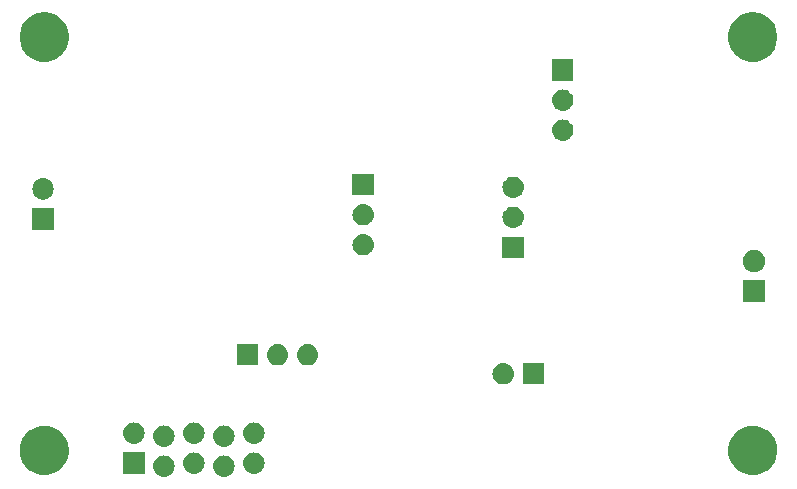
<source format=gbs>
G04 #@! TF.GenerationSoftware,KiCad,Pcbnew,(5.1.0)-1*
G04 #@! TF.CreationDate,2019-05-13T14:42:25-04:00*
G04 #@! TF.ProjectId,EG,45472e6b-6963-4616-945f-706362585858,rev?*
G04 #@! TF.SameCoordinates,Original*
G04 #@! TF.FileFunction,Soldermask,Bot*
G04 #@! TF.FilePolarity,Negative*
%FSLAX46Y46*%
G04 Gerber Fmt 4.6, Leading zero omitted, Abs format (unit mm)*
G04 Created by KiCad (PCBNEW (5.1.0)-1) date 2019-05-13 14:42:25*
%MOMM*%
%LPD*%
G04 APERTURE LIST*
%ADD10C,0.100000*%
G04 APERTURE END LIST*
D10*
G36*
X100330443Y-105432519D02*
G01*
X100396627Y-105439037D01*
X100566466Y-105490557D01*
X100722991Y-105574222D01*
X100758729Y-105603552D01*
X100860186Y-105686814D01*
X100943448Y-105788271D01*
X100972778Y-105824009D01*
X101056443Y-105980534D01*
X101107963Y-106150373D01*
X101125359Y-106327000D01*
X101107963Y-106503627D01*
X101056443Y-106673466D01*
X100972778Y-106829991D01*
X100959696Y-106845931D01*
X100860186Y-106967186D01*
X100758729Y-107050448D01*
X100722991Y-107079778D01*
X100566466Y-107163443D01*
X100396627Y-107214963D01*
X100330442Y-107221482D01*
X100264260Y-107228000D01*
X100175740Y-107228000D01*
X100109558Y-107221482D01*
X100043373Y-107214963D01*
X99873534Y-107163443D01*
X99717009Y-107079778D01*
X99681271Y-107050448D01*
X99579814Y-106967186D01*
X99480304Y-106845931D01*
X99467222Y-106829991D01*
X99383557Y-106673466D01*
X99332037Y-106503627D01*
X99314641Y-106327000D01*
X99332037Y-106150373D01*
X99383557Y-105980534D01*
X99467222Y-105824009D01*
X99496552Y-105788271D01*
X99579814Y-105686814D01*
X99681271Y-105603552D01*
X99717009Y-105574222D01*
X99873534Y-105490557D01*
X100043373Y-105439037D01*
X100109557Y-105432519D01*
X100175740Y-105426000D01*
X100264260Y-105426000D01*
X100330443Y-105432519D01*
X100330443Y-105432519D01*
G37*
G36*
X95250443Y-105432519D02*
G01*
X95316627Y-105439037D01*
X95486466Y-105490557D01*
X95642991Y-105574222D01*
X95678729Y-105603552D01*
X95780186Y-105686814D01*
X95863448Y-105788271D01*
X95892778Y-105824009D01*
X95976443Y-105980534D01*
X96027963Y-106150373D01*
X96045359Y-106327000D01*
X96027963Y-106503627D01*
X95976443Y-106673466D01*
X95892778Y-106829991D01*
X95879696Y-106845931D01*
X95780186Y-106967186D01*
X95678729Y-107050448D01*
X95642991Y-107079778D01*
X95486466Y-107163443D01*
X95316627Y-107214963D01*
X95250442Y-107221482D01*
X95184260Y-107228000D01*
X95095740Y-107228000D01*
X95029558Y-107221482D01*
X94963373Y-107214963D01*
X94793534Y-107163443D01*
X94637009Y-107079778D01*
X94601271Y-107050448D01*
X94499814Y-106967186D01*
X94400304Y-106845931D01*
X94387222Y-106829991D01*
X94303557Y-106673466D01*
X94252037Y-106503627D01*
X94234641Y-106327000D01*
X94252037Y-106150373D01*
X94303557Y-105980534D01*
X94387222Y-105824009D01*
X94416552Y-105788271D01*
X94499814Y-105686814D01*
X94601271Y-105603552D01*
X94637009Y-105574222D01*
X94793534Y-105490557D01*
X94963373Y-105439037D01*
X95029557Y-105432519D01*
X95095740Y-105426000D01*
X95184260Y-105426000D01*
X95250443Y-105432519D01*
X95250443Y-105432519D01*
G37*
G36*
X85373867Y-102950558D02*
G01*
X85607589Y-102997048D01*
X85875639Y-103108078D01*
X85969159Y-103146815D01*
X85986671Y-103154069D01*
X86327835Y-103382028D01*
X86617972Y-103672165D01*
X86845931Y-104013329D01*
X87002952Y-104392411D01*
X87032265Y-104539778D01*
X87083000Y-104794841D01*
X87083000Y-105205159D01*
X87002952Y-105607589D01*
X86845931Y-105986671D01*
X86617972Y-106327835D01*
X86327835Y-106617972D01*
X85986671Y-106845931D01*
X85607589Y-107002952D01*
X85205159Y-107083000D01*
X84794841Y-107083000D01*
X84392411Y-107002952D01*
X84013329Y-106845931D01*
X83672165Y-106617972D01*
X83382028Y-106327835D01*
X83154069Y-105986671D01*
X82997048Y-105607589D01*
X82957024Y-105406373D01*
X82917000Y-105205159D01*
X82917000Y-104794841D01*
X82967735Y-104539778D01*
X82997048Y-104392411D01*
X83154069Y-104013329D01*
X83382028Y-103672165D01*
X83672165Y-103382028D01*
X84013329Y-103154069D01*
X84030842Y-103146815D01*
X84124361Y-103108078D01*
X84392411Y-102997048D01*
X84626133Y-102950558D01*
X84794841Y-102917000D01*
X85205159Y-102917000D01*
X85373867Y-102950558D01*
X85373867Y-102950558D01*
G37*
G36*
X145373867Y-102950558D02*
G01*
X145607589Y-102997048D01*
X145875639Y-103108078D01*
X145969159Y-103146815D01*
X145986671Y-103154069D01*
X146327835Y-103382028D01*
X146617972Y-103672165D01*
X146845931Y-104013329D01*
X147002952Y-104392411D01*
X147032265Y-104539778D01*
X147083000Y-104794841D01*
X147083000Y-105205159D01*
X147002952Y-105607589D01*
X146845931Y-105986671D01*
X146617972Y-106327835D01*
X146327835Y-106617972D01*
X145986671Y-106845931D01*
X145607589Y-107002952D01*
X145205159Y-107083000D01*
X144794841Y-107083000D01*
X144392411Y-107002952D01*
X144013329Y-106845931D01*
X143672165Y-106617972D01*
X143382028Y-106327835D01*
X143154069Y-105986671D01*
X142997048Y-105607589D01*
X142917000Y-105205159D01*
X142917000Y-104794841D01*
X142967735Y-104539778D01*
X142997048Y-104392411D01*
X143154069Y-104013329D01*
X143382028Y-103672165D01*
X143672165Y-103382028D01*
X144013329Y-103154069D01*
X144030842Y-103146815D01*
X144124361Y-103108078D01*
X144392411Y-102997048D01*
X144626133Y-102950558D01*
X144794841Y-102917000D01*
X145205159Y-102917000D01*
X145373867Y-102950558D01*
X145373867Y-102950558D01*
G37*
G36*
X97790442Y-105178518D02*
G01*
X97856627Y-105185037D01*
X98026466Y-105236557D01*
X98182991Y-105320222D01*
X98218729Y-105349552D01*
X98320186Y-105432814D01*
X98403448Y-105534271D01*
X98432778Y-105570009D01*
X98516443Y-105726534D01*
X98567963Y-105896373D01*
X98585359Y-106073000D01*
X98567963Y-106249627D01*
X98516443Y-106419466D01*
X98432778Y-106575991D01*
X98403448Y-106611729D01*
X98320186Y-106713186D01*
X98218729Y-106796448D01*
X98182991Y-106825778D01*
X98026466Y-106909443D01*
X97856627Y-106960963D01*
X97793453Y-106967185D01*
X97724260Y-106974000D01*
X97635740Y-106974000D01*
X97566547Y-106967185D01*
X97503373Y-106960963D01*
X97333534Y-106909443D01*
X97177009Y-106825778D01*
X97141271Y-106796448D01*
X97039814Y-106713186D01*
X96956552Y-106611729D01*
X96927222Y-106575991D01*
X96843557Y-106419466D01*
X96792037Y-106249627D01*
X96774641Y-106073000D01*
X96792037Y-105896373D01*
X96843557Y-105726534D01*
X96927222Y-105570009D01*
X96956552Y-105534271D01*
X97039814Y-105432814D01*
X97141271Y-105349552D01*
X97177009Y-105320222D01*
X97333534Y-105236557D01*
X97503373Y-105185037D01*
X97569558Y-105178518D01*
X97635740Y-105172000D01*
X97724260Y-105172000D01*
X97790442Y-105178518D01*
X97790442Y-105178518D01*
G37*
G36*
X93501000Y-106974000D02*
G01*
X91699000Y-106974000D01*
X91699000Y-105172000D01*
X93501000Y-105172000D01*
X93501000Y-106974000D01*
X93501000Y-106974000D01*
G37*
G36*
X102870442Y-105178518D02*
G01*
X102936627Y-105185037D01*
X103106466Y-105236557D01*
X103262991Y-105320222D01*
X103298729Y-105349552D01*
X103400186Y-105432814D01*
X103483448Y-105534271D01*
X103512778Y-105570009D01*
X103596443Y-105726534D01*
X103647963Y-105896373D01*
X103665359Y-106073000D01*
X103647963Y-106249627D01*
X103596443Y-106419466D01*
X103512778Y-106575991D01*
X103483448Y-106611729D01*
X103400186Y-106713186D01*
X103298729Y-106796448D01*
X103262991Y-106825778D01*
X103106466Y-106909443D01*
X102936627Y-106960963D01*
X102873453Y-106967185D01*
X102804260Y-106974000D01*
X102715740Y-106974000D01*
X102646547Y-106967185D01*
X102583373Y-106960963D01*
X102413534Y-106909443D01*
X102257009Y-106825778D01*
X102221271Y-106796448D01*
X102119814Y-106713186D01*
X102036552Y-106611729D01*
X102007222Y-106575991D01*
X101923557Y-106419466D01*
X101872037Y-106249627D01*
X101854641Y-106073000D01*
X101872037Y-105896373D01*
X101923557Y-105726534D01*
X102007222Y-105570009D01*
X102036552Y-105534271D01*
X102119814Y-105432814D01*
X102221271Y-105349552D01*
X102257009Y-105320222D01*
X102413534Y-105236557D01*
X102583373Y-105185037D01*
X102649558Y-105178518D01*
X102715740Y-105172000D01*
X102804260Y-105172000D01*
X102870442Y-105178518D01*
X102870442Y-105178518D01*
G37*
G36*
X95250443Y-102892519D02*
G01*
X95316627Y-102899037D01*
X95486466Y-102950557D01*
X95642991Y-103034222D01*
X95678729Y-103063552D01*
X95780186Y-103146814D01*
X95863448Y-103248271D01*
X95892778Y-103284009D01*
X95976443Y-103440534D01*
X96027963Y-103610373D01*
X96045359Y-103787000D01*
X96027963Y-103963627D01*
X95976443Y-104133466D01*
X95892778Y-104289991D01*
X95863448Y-104325729D01*
X95780186Y-104427186D01*
X95678729Y-104510448D01*
X95642991Y-104539778D01*
X95486466Y-104623443D01*
X95316627Y-104674963D01*
X95250443Y-104681481D01*
X95184260Y-104688000D01*
X95095740Y-104688000D01*
X95029557Y-104681481D01*
X94963373Y-104674963D01*
X94793534Y-104623443D01*
X94637009Y-104539778D01*
X94601271Y-104510448D01*
X94499814Y-104427186D01*
X94416552Y-104325729D01*
X94387222Y-104289991D01*
X94303557Y-104133466D01*
X94252037Y-103963627D01*
X94234641Y-103787000D01*
X94252037Y-103610373D01*
X94303557Y-103440534D01*
X94387222Y-103284009D01*
X94416552Y-103248271D01*
X94499814Y-103146814D01*
X94601271Y-103063552D01*
X94637009Y-103034222D01*
X94793534Y-102950557D01*
X94963373Y-102899037D01*
X95029557Y-102892519D01*
X95095740Y-102886000D01*
X95184260Y-102886000D01*
X95250443Y-102892519D01*
X95250443Y-102892519D01*
G37*
G36*
X100330443Y-102892519D02*
G01*
X100396627Y-102899037D01*
X100566466Y-102950557D01*
X100722991Y-103034222D01*
X100758729Y-103063552D01*
X100860186Y-103146814D01*
X100943448Y-103248271D01*
X100972778Y-103284009D01*
X101056443Y-103440534D01*
X101107963Y-103610373D01*
X101125359Y-103787000D01*
X101107963Y-103963627D01*
X101056443Y-104133466D01*
X100972778Y-104289991D01*
X100943448Y-104325729D01*
X100860186Y-104427186D01*
X100758729Y-104510448D01*
X100722991Y-104539778D01*
X100566466Y-104623443D01*
X100396627Y-104674963D01*
X100330443Y-104681481D01*
X100264260Y-104688000D01*
X100175740Y-104688000D01*
X100109557Y-104681481D01*
X100043373Y-104674963D01*
X99873534Y-104623443D01*
X99717009Y-104539778D01*
X99681271Y-104510448D01*
X99579814Y-104427186D01*
X99496552Y-104325729D01*
X99467222Y-104289991D01*
X99383557Y-104133466D01*
X99332037Y-103963627D01*
X99314641Y-103787000D01*
X99332037Y-103610373D01*
X99383557Y-103440534D01*
X99467222Y-103284009D01*
X99496552Y-103248271D01*
X99579814Y-103146814D01*
X99681271Y-103063552D01*
X99717009Y-103034222D01*
X99873534Y-102950557D01*
X100043373Y-102899037D01*
X100109557Y-102892519D01*
X100175740Y-102886000D01*
X100264260Y-102886000D01*
X100330443Y-102892519D01*
X100330443Y-102892519D01*
G37*
G36*
X92710442Y-102638518D02*
G01*
X92776627Y-102645037D01*
X92946466Y-102696557D01*
X93102991Y-102780222D01*
X93138729Y-102809552D01*
X93240186Y-102892814D01*
X93323448Y-102994271D01*
X93352778Y-103030009D01*
X93436443Y-103186534D01*
X93487963Y-103356373D01*
X93505359Y-103533000D01*
X93487963Y-103709627D01*
X93436443Y-103879466D01*
X93352778Y-104035991D01*
X93323448Y-104071729D01*
X93240186Y-104173186D01*
X93138729Y-104256448D01*
X93102991Y-104285778D01*
X92946466Y-104369443D01*
X92776627Y-104420963D01*
X92713453Y-104427185D01*
X92644260Y-104434000D01*
X92555740Y-104434000D01*
X92486547Y-104427185D01*
X92423373Y-104420963D01*
X92253534Y-104369443D01*
X92097009Y-104285778D01*
X92061271Y-104256448D01*
X91959814Y-104173186D01*
X91876552Y-104071729D01*
X91847222Y-104035991D01*
X91763557Y-103879466D01*
X91712037Y-103709627D01*
X91694641Y-103533000D01*
X91712037Y-103356373D01*
X91763557Y-103186534D01*
X91847222Y-103030009D01*
X91876552Y-102994271D01*
X91959814Y-102892814D01*
X92061271Y-102809552D01*
X92097009Y-102780222D01*
X92253534Y-102696557D01*
X92423373Y-102645037D01*
X92489558Y-102638518D01*
X92555740Y-102632000D01*
X92644260Y-102632000D01*
X92710442Y-102638518D01*
X92710442Y-102638518D01*
G37*
G36*
X97790442Y-102638518D02*
G01*
X97856627Y-102645037D01*
X98026466Y-102696557D01*
X98182991Y-102780222D01*
X98218729Y-102809552D01*
X98320186Y-102892814D01*
X98403448Y-102994271D01*
X98432778Y-103030009D01*
X98516443Y-103186534D01*
X98567963Y-103356373D01*
X98585359Y-103533000D01*
X98567963Y-103709627D01*
X98516443Y-103879466D01*
X98432778Y-104035991D01*
X98403448Y-104071729D01*
X98320186Y-104173186D01*
X98218729Y-104256448D01*
X98182991Y-104285778D01*
X98026466Y-104369443D01*
X97856627Y-104420963D01*
X97793453Y-104427185D01*
X97724260Y-104434000D01*
X97635740Y-104434000D01*
X97566547Y-104427185D01*
X97503373Y-104420963D01*
X97333534Y-104369443D01*
X97177009Y-104285778D01*
X97141271Y-104256448D01*
X97039814Y-104173186D01*
X96956552Y-104071729D01*
X96927222Y-104035991D01*
X96843557Y-103879466D01*
X96792037Y-103709627D01*
X96774641Y-103533000D01*
X96792037Y-103356373D01*
X96843557Y-103186534D01*
X96927222Y-103030009D01*
X96956552Y-102994271D01*
X97039814Y-102892814D01*
X97141271Y-102809552D01*
X97177009Y-102780222D01*
X97333534Y-102696557D01*
X97503373Y-102645037D01*
X97569558Y-102638518D01*
X97635740Y-102632000D01*
X97724260Y-102632000D01*
X97790442Y-102638518D01*
X97790442Y-102638518D01*
G37*
G36*
X102870442Y-102638518D02*
G01*
X102936627Y-102645037D01*
X103106466Y-102696557D01*
X103262991Y-102780222D01*
X103298729Y-102809552D01*
X103400186Y-102892814D01*
X103483448Y-102994271D01*
X103512778Y-103030009D01*
X103596443Y-103186534D01*
X103647963Y-103356373D01*
X103665359Y-103533000D01*
X103647963Y-103709627D01*
X103596443Y-103879466D01*
X103512778Y-104035991D01*
X103483448Y-104071729D01*
X103400186Y-104173186D01*
X103298729Y-104256448D01*
X103262991Y-104285778D01*
X103106466Y-104369443D01*
X102936627Y-104420963D01*
X102873453Y-104427185D01*
X102804260Y-104434000D01*
X102715740Y-104434000D01*
X102646547Y-104427185D01*
X102583373Y-104420963D01*
X102413534Y-104369443D01*
X102257009Y-104285778D01*
X102221271Y-104256448D01*
X102119814Y-104173186D01*
X102036552Y-104071729D01*
X102007222Y-104035991D01*
X101923557Y-103879466D01*
X101872037Y-103709627D01*
X101854641Y-103533000D01*
X101872037Y-103356373D01*
X101923557Y-103186534D01*
X102007222Y-103030009D01*
X102036552Y-102994271D01*
X102119814Y-102892814D01*
X102221271Y-102809552D01*
X102257009Y-102780222D01*
X102413534Y-102696557D01*
X102583373Y-102645037D01*
X102649558Y-102638518D01*
X102715740Y-102632000D01*
X102804260Y-102632000D01*
X102870442Y-102638518D01*
X102870442Y-102638518D01*
G37*
G36*
X127301000Y-99401000D02*
G01*
X125499000Y-99401000D01*
X125499000Y-97599000D01*
X127301000Y-97599000D01*
X127301000Y-99401000D01*
X127301000Y-99401000D01*
G37*
G36*
X123970443Y-97605519D02*
G01*
X124036627Y-97612037D01*
X124206466Y-97663557D01*
X124362991Y-97747222D01*
X124398729Y-97776552D01*
X124500186Y-97859814D01*
X124583448Y-97961271D01*
X124612778Y-97997009D01*
X124696443Y-98153534D01*
X124747963Y-98323373D01*
X124765359Y-98500000D01*
X124747963Y-98676627D01*
X124696443Y-98846466D01*
X124612778Y-99002991D01*
X124583448Y-99038729D01*
X124500186Y-99140186D01*
X124398729Y-99223448D01*
X124362991Y-99252778D01*
X124206466Y-99336443D01*
X124036627Y-99387963D01*
X123970442Y-99394482D01*
X123904260Y-99401000D01*
X123815740Y-99401000D01*
X123749558Y-99394482D01*
X123683373Y-99387963D01*
X123513534Y-99336443D01*
X123357009Y-99252778D01*
X123321271Y-99223448D01*
X123219814Y-99140186D01*
X123136552Y-99038729D01*
X123107222Y-99002991D01*
X123023557Y-98846466D01*
X122972037Y-98676627D01*
X122954641Y-98500000D01*
X122972037Y-98323373D01*
X123023557Y-98153534D01*
X123107222Y-97997009D01*
X123136552Y-97961271D01*
X123219814Y-97859814D01*
X123321271Y-97776552D01*
X123357009Y-97747222D01*
X123513534Y-97663557D01*
X123683373Y-97612037D01*
X123749557Y-97605519D01*
X123815740Y-97599000D01*
X123904260Y-97599000D01*
X123970443Y-97605519D01*
X123970443Y-97605519D01*
G37*
G36*
X104870443Y-96005519D02*
G01*
X104936627Y-96012037D01*
X105106466Y-96063557D01*
X105262991Y-96147222D01*
X105298729Y-96176552D01*
X105400186Y-96259814D01*
X105483448Y-96361271D01*
X105512778Y-96397009D01*
X105596443Y-96553534D01*
X105647963Y-96723373D01*
X105665359Y-96900000D01*
X105647963Y-97076627D01*
X105596443Y-97246466D01*
X105512778Y-97402991D01*
X105483448Y-97438729D01*
X105400186Y-97540186D01*
X105312634Y-97612037D01*
X105262991Y-97652778D01*
X105106466Y-97736443D01*
X104936627Y-97787963D01*
X104870443Y-97794481D01*
X104804260Y-97801000D01*
X104715740Y-97801000D01*
X104649557Y-97794481D01*
X104583373Y-97787963D01*
X104413534Y-97736443D01*
X104257009Y-97652778D01*
X104207366Y-97612037D01*
X104119814Y-97540186D01*
X104036552Y-97438729D01*
X104007222Y-97402991D01*
X103923557Y-97246466D01*
X103872037Y-97076627D01*
X103854641Y-96900000D01*
X103872037Y-96723373D01*
X103923557Y-96553534D01*
X104007222Y-96397009D01*
X104036552Y-96361271D01*
X104119814Y-96259814D01*
X104221271Y-96176552D01*
X104257009Y-96147222D01*
X104413534Y-96063557D01*
X104583373Y-96012037D01*
X104649557Y-96005519D01*
X104715740Y-95999000D01*
X104804260Y-95999000D01*
X104870443Y-96005519D01*
X104870443Y-96005519D01*
G37*
G36*
X107410443Y-96005519D02*
G01*
X107476627Y-96012037D01*
X107646466Y-96063557D01*
X107802991Y-96147222D01*
X107838729Y-96176552D01*
X107940186Y-96259814D01*
X108023448Y-96361271D01*
X108052778Y-96397009D01*
X108136443Y-96553534D01*
X108187963Y-96723373D01*
X108205359Y-96900000D01*
X108187963Y-97076627D01*
X108136443Y-97246466D01*
X108052778Y-97402991D01*
X108023448Y-97438729D01*
X107940186Y-97540186D01*
X107852634Y-97612037D01*
X107802991Y-97652778D01*
X107646466Y-97736443D01*
X107476627Y-97787963D01*
X107410443Y-97794481D01*
X107344260Y-97801000D01*
X107255740Y-97801000D01*
X107189557Y-97794481D01*
X107123373Y-97787963D01*
X106953534Y-97736443D01*
X106797009Y-97652778D01*
X106747366Y-97612037D01*
X106659814Y-97540186D01*
X106576552Y-97438729D01*
X106547222Y-97402991D01*
X106463557Y-97246466D01*
X106412037Y-97076627D01*
X106394641Y-96900000D01*
X106412037Y-96723373D01*
X106463557Y-96553534D01*
X106547222Y-96397009D01*
X106576552Y-96361271D01*
X106659814Y-96259814D01*
X106761271Y-96176552D01*
X106797009Y-96147222D01*
X106953534Y-96063557D01*
X107123373Y-96012037D01*
X107189557Y-96005519D01*
X107255740Y-95999000D01*
X107344260Y-95999000D01*
X107410443Y-96005519D01*
X107410443Y-96005519D01*
G37*
G36*
X103121000Y-97801000D02*
G01*
X101319000Y-97801000D01*
X101319000Y-95999000D01*
X103121000Y-95999000D01*
X103121000Y-97801000D01*
X103121000Y-97801000D01*
G37*
G36*
X146051000Y-92451000D02*
G01*
X144149000Y-92451000D01*
X144149000Y-90549000D01*
X146051000Y-90549000D01*
X146051000Y-92451000D01*
X146051000Y-92451000D01*
G37*
G36*
X145377395Y-88045546D02*
G01*
X145550466Y-88117234D01*
X145550467Y-88117235D01*
X145706227Y-88221310D01*
X145838690Y-88353773D01*
X145891081Y-88432182D01*
X145942766Y-88509534D01*
X146014454Y-88682605D01*
X146051000Y-88866333D01*
X146051000Y-89053667D01*
X146014454Y-89237395D01*
X145942766Y-89410466D01*
X145942765Y-89410467D01*
X145838690Y-89566227D01*
X145706227Y-89698690D01*
X145627818Y-89751081D01*
X145550466Y-89802766D01*
X145377395Y-89874454D01*
X145193667Y-89911000D01*
X145006333Y-89911000D01*
X144822605Y-89874454D01*
X144649534Y-89802766D01*
X144572182Y-89751081D01*
X144493773Y-89698690D01*
X144361310Y-89566227D01*
X144257235Y-89410467D01*
X144257234Y-89410466D01*
X144185546Y-89237395D01*
X144149000Y-89053667D01*
X144149000Y-88866333D01*
X144185546Y-88682605D01*
X144257234Y-88509534D01*
X144308919Y-88432182D01*
X144361310Y-88353773D01*
X144493773Y-88221310D01*
X144649533Y-88117235D01*
X144649534Y-88117234D01*
X144822605Y-88045546D01*
X145006333Y-88009000D01*
X145193667Y-88009000D01*
X145377395Y-88045546D01*
X145377395Y-88045546D01*
G37*
G36*
X125601000Y-88701000D02*
G01*
X123799000Y-88701000D01*
X123799000Y-86899000D01*
X125601000Y-86899000D01*
X125601000Y-88701000D01*
X125601000Y-88701000D01*
G37*
G36*
X112110442Y-86685518D02*
G01*
X112176627Y-86692037D01*
X112346466Y-86743557D01*
X112502991Y-86827222D01*
X112538729Y-86856552D01*
X112640186Y-86939814D01*
X112723448Y-87041271D01*
X112752778Y-87077009D01*
X112836443Y-87233534D01*
X112887963Y-87403373D01*
X112905359Y-87580000D01*
X112887963Y-87756627D01*
X112836443Y-87926466D01*
X112752778Y-88082991D01*
X112724675Y-88117234D01*
X112640186Y-88220186D01*
X112538729Y-88303448D01*
X112502991Y-88332778D01*
X112346466Y-88416443D01*
X112176627Y-88467963D01*
X112110442Y-88474482D01*
X112044260Y-88481000D01*
X111955740Y-88481000D01*
X111889558Y-88474482D01*
X111823373Y-88467963D01*
X111653534Y-88416443D01*
X111497009Y-88332778D01*
X111461271Y-88303448D01*
X111359814Y-88220186D01*
X111275325Y-88117234D01*
X111247222Y-88082991D01*
X111163557Y-87926466D01*
X111112037Y-87756627D01*
X111094641Y-87580000D01*
X111112037Y-87403373D01*
X111163557Y-87233534D01*
X111247222Y-87077009D01*
X111276552Y-87041271D01*
X111359814Y-86939814D01*
X111461271Y-86856552D01*
X111497009Y-86827222D01*
X111653534Y-86743557D01*
X111823373Y-86692037D01*
X111889558Y-86685518D01*
X111955740Y-86679000D01*
X112044260Y-86679000D01*
X112110442Y-86685518D01*
X112110442Y-86685518D01*
G37*
G36*
X85801000Y-86301000D02*
G01*
X83999000Y-86301000D01*
X83999000Y-84499000D01*
X85801000Y-84499000D01*
X85801000Y-86301000D01*
X85801000Y-86301000D01*
G37*
G36*
X124810442Y-84365518D02*
G01*
X124876627Y-84372037D01*
X125046466Y-84423557D01*
X125202991Y-84507222D01*
X125238729Y-84536552D01*
X125340186Y-84619814D01*
X125423448Y-84721271D01*
X125452778Y-84757009D01*
X125536443Y-84913534D01*
X125587963Y-85083373D01*
X125605359Y-85260000D01*
X125587963Y-85436627D01*
X125536443Y-85606466D01*
X125452778Y-85762991D01*
X125428332Y-85792778D01*
X125340186Y-85900186D01*
X125238729Y-85983448D01*
X125202991Y-86012778D01*
X125046466Y-86096443D01*
X124876627Y-86147963D01*
X124810442Y-86154482D01*
X124744260Y-86161000D01*
X124655740Y-86161000D01*
X124589558Y-86154482D01*
X124523373Y-86147963D01*
X124353534Y-86096443D01*
X124197009Y-86012778D01*
X124161271Y-85983448D01*
X124059814Y-85900186D01*
X123971668Y-85792778D01*
X123947222Y-85762991D01*
X123863557Y-85606466D01*
X123812037Y-85436627D01*
X123794641Y-85260000D01*
X123812037Y-85083373D01*
X123863557Y-84913534D01*
X123947222Y-84757009D01*
X123976552Y-84721271D01*
X124059814Y-84619814D01*
X124161271Y-84536552D01*
X124197009Y-84507222D01*
X124353534Y-84423557D01*
X124523373Y-84372037D01*
X124589558Y-84365518D01*
X124655740Y-84359000D01*
X124744260Y-84359000D01*
X124810442Y-84365518D01*
X124810442Y-84365518D01*
G37*
G36*
X112110443Y-84145519D02*
G01*
X112176627Y-84152037D01*
X112346466Y-84203557D01*
X112502991Y-84287222D01*
X112538729Y-84316552D01*
X112640186Y-84399814D01*
X112721585Y-84499000D01*
X112752778Y-84537009D01*
X112836443Y-84693534D01*
X112887963Y-84863373D01*
X112905359Y-85040000D01*
X112887963Y-85216627D01*
X112836443Y-85386466D01*
X112752778Y-85542991D01*
X112723448Y-85578729D01*
X112640186Y-85680186D01*
X112539289Y-85762989D01*
X112502991Y-85792778D01*
X112346466Y-85876443D01*
X112176627Y-85927963D01*
X112110442Y-85934482D01*
X112044260Y-85941000D01*
X111955740Y-85941000D01*
X111889558Y-85934482D01*
X111823373Y-85927963D01*
X111653534Y-85876443D01*
X111497009Y-85792778D01*
X111460711Y-85762989D01*
X111359814Y-85680186D01*
X111276552Y-85578729D01*
X111247222Y-85542991D01*
X111163557Y-85386466D01*
X111112037Y-85216627D01*
X111094641Y-85040000D01*
X111112037Y-84863373D01*
X111163557Y-84693534D01*
X111247222Y-84537009D01*
X111278415Y-84499000D01*
X111359814Y-84399814D01*
X111461271Y-84316552D01*
X111497009Y-84287222D01*
X111653534Y-84203557D01*
X111823373Y-84152037D01*
X111889557Y-84145519D01*
X111955740Y-84139000D01*
X112044260Y-84139000D01*
X112110443Y-84145519D01*
X112110443Y-84145519D01*
G37*
G36*
X85010442Y-81965518D02*
G01*
X85076627Y-81972037D01*
X85246466Y-82023557D01*
X85402991Y-82107222D01*
X85438729Y-82136552D01*
X85540186Y-82219814D01*
X85623448Y-82321271D01*
X85652778Y-82357009D01*
X85736443Y-82513534D01*
X85787963Y-82683373D01*
X85805359Y-82860000D01*
X85787963Y-83036627D01*
X85736443Y-83206466D01*
X85652778Y-83362991D01*
X85623448Y-83398729D01*
X85540186Y-83500186D01*
X85438729Y-83583448D01*
X85402991Y-83612778D01*
X85246466Y-83696443D01*
X85076627Y-83747963D01*
X85010443Y-83754481D01*
X84944260Y-83761000D01*
X84855740Y-83761000D01*
X84789557Y-83754481D01*
X84723373Y-83747963D01*
X84553534Y-83696443D01*
X84397009Y-83612778D01*
X84361271Y-83583448D01*
X84259814Y-83500186D01*
X84176552Y-83398729D01*
X84147222Y-83362991D01*
X84063557Y-83206466D01*
X84012037Y-83036627D01*
X83994641Y-82860000D01*
X84012037Y-82683373D01*
X84063557Y-82513534D01*
X84147222Y-82357009D01*
X84176552Y-82321271D01*
X84259814Y-82219814D01*
X84361271Y-82136552D01*
X84397009Y-82107222D01*
X84553534Y-82023557D01*
X84723373Y-81972037D01*
X84789558Y-81965518D01*
X84855740Y-81959000D01*
X84944260Y-81959000D01*
X85010442Y-81965518D01*
X85010442Y-81965518D01*
G37*
G36*
X124810443Y-81825519D02*
G01*
X124876627Y-81832037D01*
X125046466Y-81883557D01*
X125202991Y-81967222D01*
X125238729Y-81996552D01*
X125340186Y-82079814D01*
X125423448Y-82181271D01*
X125452778Y-82217009D01*
X125536443Y-82373534D01*
X125587963Y-82543373D01*
X125605359Y-82720000D01*
X125587963Y-82896627D01*
X125536443Y-83066466D01*
X125452778Y-83222991D01*
X125423448Y-83258729D01*
X125340186Y-83360186D01*
X125238729Y-83443448D01*
X125202991Y-83472778D01*
X125046466Y-83556443D01*
X124876627Y-83607963D01*
X124810442Y-83614482D01*
X124744260Y-83621000D01*
X124655740Y-83621000D01*
X124589558Y-83614482D01*
X124523373Y-83607963D01*
X124353534Y-83556443D01*
X124197009Y-83472778D01*
X124161271Y-83443448D01*
X124059814Y-83360186D01*
X123976552Y-83258729D01*
X123947222Y-83222991D01*
X123863557Y-83066466D01*
X123812037Y-82896627D01*
X123794641Y-82720000D01*
X123812037Y-82543373D01*
X123863557Y-82373534D01*
X123947222Y-82217009D01*
X123976552Y-82181271D01*
X124059814Y-82079814D01*
X124161271Y-81996552D01*
X124197009Y-81967222D01*
X124353534Y-81883557D01*
X124523373Y-81832037D01*
X124589557Y-81825519D01*
X124655740Y-81819000D01*
X124744260Y-81819000D01*
X124810443Y-81825519D01*
X124810443Y-81825519D01*
G37*
G36*
X112901000Y-83401000D02*
G01*
X111099000Y-83401000D01*
X111099000Y-81599000D01*
X112901000Y-81599000D01*
X112901000Y-83401000D01*
X112901000Y-83401000D01*
G37*
G36*
X129010442Y-76985518D02*
G01*
X129076627Y-76992037D01*
X129246466Y-77043557D01*
X129402991Y-77127222D01*
X129438729Y-77156552D01*
X129540186Y-77239814D01*
X129623448Y-77341271D01*
X129652778Y-77377009D01*
X129736443Y-77533534D01*
X129787963Y-77703373D01*
X129805359Y-77880000D01*
X129787963Y-78056627D01*
X129736443Y-78226466D01*
X129652778Y-78382991D01*
X129623448Y-78418729D01*
X129540186Y-78520186D01*
X129438729Y-78603448D01*
X129402991Y-78632778D01*
X129246466Y-78716443D01*
X129076627Y-78767963D01*
X129010442Y-78774482D01*
X128944260Y-78781000D01*
X128855740Y-78781000D01*
X128789558Y-78774482D01*
X128723373Y-78767963D01*
X128553534Y-78716443D01*
X128397009Y-78632778D01*
X128361271Y-78603448D01*
X128259814Y-78520186D01*
X128176552Y-78418729D01*
X128147222Y-78382991D01*
X128063557Y-78226466D01*
X128012037Y-78056627D01*
X127994641Y-77880000D01*
X128012037Y-77703373D01*
X128063557Y-77533534D01*
X128147222Y-77377009D01*
X128176552Y-77341271D01*
X128259814Y-77239814D01*
X128361271Y-77156552D01*
X128397009Y-77127222D01*
X128553534Y-77043557D01*
X128723373Y-76992037D01*
X128789558Y-76985518D01*
X128855740Y-76979000D01*
X128944260Y-76979000D01*
X129010442Y-76985518D01*
X129010442Y-76985518D01*
G37*
G36*
X129010442Y-74445518D02*
G01*
X129076627Y-74452037D01*
X129246466Y-74503557D01*
X129402991Y-74587222D01*
X129438729Y-74616552D01*
X129540186Y-74699814D01*
X129623448Y-74801271D01*
X129652778Y-74837009D01*
X129736443Y-74993534D01*
X129787963Y-75163373D01*
X129805359Y-75340000D01*
X129787963Y-75516627D01*
X129736443Y-75686466D01*
X129652778Y-75842991D01*
X129623448Y-75878729D01*
X129540186Y-75980186D01*
X129438729Y-76063448D01*
X129402991Y-76092778D01*
X129246466Y-76176443D01*
X129076627Y-76227963D01*
X129010443Y-76234481D01*
X128944260Y-76241000D01*
X128855740Y-76241000D01*
X128789557Y-76234481D01*
X128723373Y-76227963D01*
X128553534Y-76176443D01*
X128397009Y-76092778D01*
X128361271Y-76063448D01*
X128259814Y-75980186D01*
X128176552Y-75878729D01*
X128147222Y-75842991D01*
X128063557Y-75686466D01*
X128012037Y-75516627D01*
X127994641Y-75340000D01*
X128012037Y-75163373D01*
X128063557Y-74993534D01*
X128147222Y-74837009D01*
X128176552Y-74801271D01*
X128259814Y-74699814D01*
X128361271Y-74616552D01*
X128397009Y-74587222D01*
X128553534Y-74503557D01*
X128723373Y-74452037D01*
X128789558Y-74445518D01*
X128855740Y-74439000D01*
X128944260Y-74439000D01*
X129010442Y-74445518D01*
X129010442Y-74445518D01*
G37*
G36*
X129801000Y-73701000D02*
G01*
X127999000Y-73701000D01*
X127999000Y-71899000D01*
X129801000Y-71899000D01*
X129801000Y-73701000D01*
X129801000Y-73701000D01*
G37*
G36*
X85406373Y-67957024D02*
G01*
X85607589Y-67997048D01*
X85986671Y-68154069D01*
X86327835Y-68382028D01*
X86617972Y-68672165D01*
X86845931Y-69013329D01*
X87002952Y-69392411D01*
X87083000Y-69794842D01*
X87083000Y-70205158D01*
X87002952Y-70607589D01*
X86845931Y-70986671D01*
X86617972Y-71327835D01*
X86327835Y-71617972D01*
X85986671Y-71845931D01*
X85607589Y-72002952D01*
X85205159Y-72083000D01*
X84794841Y-72083000D01*
X84392411Y-72002952D01*
X84013329Y-71845931D01*
X83672165Y-71617972D01*
X83382028Y-71327835D01*
X83154069Y-70986671D01*
X82997048Y-70607589D01*
X82917000Y-70205158D01*
X82917000Y-69794842D01*
X82997048Y-69392411D01*
X83154069Y-69013329D01*
X83382028Y-68672165D01*
X83672165Y-68382028D01*
X84013329Y-68154069D01*
X84392411Y-67997048D01*
X84593627Y-67957024D01*
X84794841Y-67917000D01*
X85205159Y-67917000D01*
X85406373Y-67957024D01*
X85406373Y-67957024D01*
G37*
G36*
X145406373Y-67957024D02*
G01*
X145607589Y-67997048D01*
X145986671Y-68154069D01*
X146327835Y-68382028D01*
X146617972Y-68672165D01*
X146845931Y-69013329D01*
X147002952Y-69392411D01*
X147083000Y-69794842D01*
X147083000Y-70205158D01*
X147002952Y-70607589D01*
X146845931Y-70986671D01*
X146617972Y-71327835D01*
X146327835Y-71617972D01*
X145986671Y-71845931D01*
X145607589Y-72002952D01*
X145205159Y-72083000D01*
X144794841Y-72083000D01*
X144392411Y-72002952D01*
X144013329Y-71845931D01*
X143672165Y-71617972D01*
X143382028Y-71327835D01*
X143154069Y-70986671D01*
X142997048Y-70607589D01*
X142917000Y-70205158D01*
X142917000Y-69794842D01*
X142997048Y-69392411D01*
X143154069Y-69013329D01*
X143382028Y-68672165D01*
X143672165Y-68382028D01*
X144013329Y-68154069D01*
X144392411Y-67997048D01*
X144593627Y-67957024D01*
X144794841Y-67917000D01*
X145205159Y-67917000D01*
X145406373Y-67957024D01*
X145406373Y-67957024D01*
G37*
M02*

</source>
